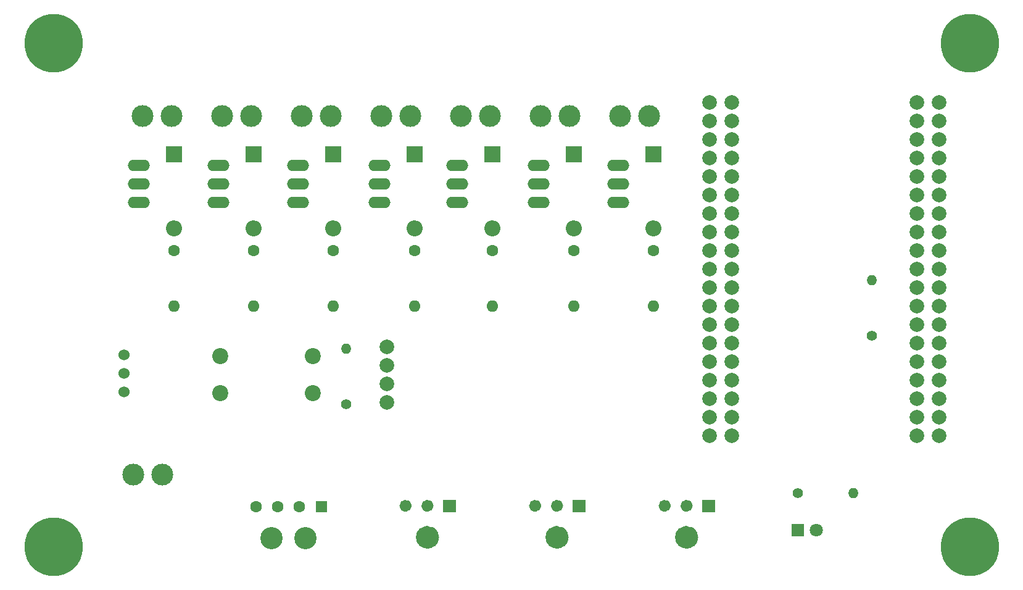
<source format=gbr>
G04 #@! TF.GenerationSoftware,KiCad,Pcbnew,(6.0.8)*
G04 #@! TF.CreationDate,2023-04-27T21:46:55-06:00*
G04 #@! TF.ProjectId,Hydro,48796472-6f2e-46b6-9963-61645f706362,rev?*
G04 #@! TF.SameCoordinates,Original*
G04 #@! TF.FileFunction,Soldermask,Bot*
G04 #@! TF.FilePolarity,Negative*
%FSLAX46Y46*%
G04 Gerber Fmt 4.6, Leading zero omitted, Abs format (unit mm)*
G04 Created by KiCad (PCBNEW (6.0.8)) date 2023-04-27 21:46:55*
%MOMM*%
%LPD*%
G01*
G04 APERTURE LIST*
%ADD10C,0.836200*%
%ADD11C,1.576200*%
%ADD12C,0.010000*%
%ADD13C,1.400000*%
%ADD14O,1.400000X1.400000*%
%ADD15O,3.048000X1.524000*%
%ADD16C,3.000000*%
%ADD17R,2.200000X2.200000*%
%ADD18O,2.200000X2.200000*%
%ADD19C,2.200000*%
%ADD20C,8.000000*%
%ADD21C,1.600000*%
%ADD22O,1.600000X1.600000*%
%ADD23C,2.000000*%
%ADD24R,1.800000X1.800000*%
%ADD25C,1.800000*%
%ADD26C,3.050000*%
%ADD27R,1.605000X1.605000*%
%ADD28C,1.605000*%
%ADD29C,1.524000*%
G04 APERTURE END LIST*
D10*
G04 #@! TO.C,J8*
X172630100Y-102577750D02*
G75*
G03*
X172630100Y-102577750I-418100J0D01*
G01*
D11*
X173000100Y-106897750D02*
G75*
G03*
X173000100Y-106897750I-788100J0D01*
G01*
D10*
X169630100Y-102577750D02*
G75*
G03*
X169630100Y-102577750I-418100J0D01*
G01*
G36*
X176048200Y-103413950D02*
G01*
X174375800Y-103413950D01*
X174375800Y-101741550D01*
X176048200Y-101741550D01*
X176048200Y-103413950D01*
G37*
D12*
X176048200Y-103413950D02*
X174375800Y-103413950D01*
X174375800Y-101741550D01*
X176048200Y-101741550D01*
X176048200Y-103413950D01*
D11*
G04 #@! TO.C,J11*
X190780100Y-106897750D02*
G75*
G03*
X190780100Y-106897750I-788100J0D01*
G01*
D10*
X187410100Y-102577750D02*
G75*
G03*
X187410100Y-102577750I-418100J0D01*
G01*
X190410100Y-102577750D02*
G75*
G03*
X190410100Y-102577750I-418100J0D01*
G01*
G36*
X193828200Y-103413950D02*
G01*
X192155800Y-103413950D01*
X192155800Y-101741550D01*
X193828200Y-101741550D01*
X193828200Y-103413950D01*
G37*
D12*
X193828200Y-103413950D02*
X192155800Y-103413950D01*
X192155800Y-101741550D01*
X193828200Y-101741550D01*
X193828200Y-103413950D01*
D10*
G04 #@! TO.C,J9*
X151850100Y-102577750D02*
G75*
G03*
X151850100Y-102577750I-418100J0D01*
G01*
X154850100Y-102577750D02*
G75*
G03*
X154850100Y-102577750I-418100J0D01*
G01*
D11*
X155220100Y-106897750D02*
G75*
G03*
X155220100Y-106897750I-788100J0D01*
G01*
G36*
X158268200Y-103413950D02*
G01*
X156595800Y-103413950D01*
X156595800Y-101741550D01*
X158268200Y-101741550D01*
X158268200Y-103413950D01*
G37*
D12*
X158268200Y-103413950D02*
X156595800Y-103413950D01*
X156595800Y-101741550D01*
X158268200Y-101741550D01*
X158268200Y-103413950D01*
G04 #@! TD*
D13*
G04 #@! TO.C,R9*
X215392000Y-79248000D03*
D14*
X215392000Y-71628000D03*
G04 #@! TD*
D15*
G04 #@! TO.C,Q3*
X125730000Y-55880000D03*
X125730000Y-58420000D03*
X125730000Y-60960000D03*
G04 #@! TD*
D16*
G04 #@! TO.C,J1*
X152093151Y-49130200D03*
X148133149Y-49130200D03*
G04 #@! TD*
D17*
G04 #@! TO.C,D5*
X119634000Y-54356000D03*
D18*
X119634000Y-64516000D03*
G04 #@! TD*
D19*
G04 #@! TO.C,U2*
X125984000Y-82042000D03*
X125984000Y-87122000D03*
X138684000Y-82042000D03*
X138684000Y-87122000D03*
G04 #@! TD*
D16*
G04 #@! TO.C,J8*
X172212000Y-106897750D03*
G04 #@! TD*
D20*
G04 #@! TO.C,H4*
X228854000Y-39116000D03*
G04 #@! TD*
D21*
G04 #@! TO.C,R6*
X174498000Y-67564000D03*
D22*
X174498000Y-75184000D03*
G04 #@! TD*
D20*
G04 #@! TO.C,H3*
X103124000Y-39116000D03*
G04 #@! TD*
D13*
G04 #@! TO.C,R8*
X143256000Y-88646000D03*
D14*
X143256000Y-81026000D03*
G04 #@! TD*
D21*
G04 #@! TO.C,R1*
X152654000Y-67564000D03*
D22*
X152654000Y-75184000D03*
G04 #@! TD*
D16*
G04 #@! TO.C,J12*
X114098849Y-98298000D03*
X118058851Y-98298000D03*
G04 #@! TD*
D23*
G04 #@! TO.C,U4*
X224631000Y-47235000D03*
X224631000Y-49775000D03*
X224631000Y-52315000D03*
X224631000Y-54855000D03*
X224631000Y-57395000D03*
X224631000Y-59935000D03*
X224631000Y-62475000D03*
X224631000Y-65015000D03*
X224631000Y-67555000D03*
X224631000Y-70095000D03*
X224631000Y-72635000D03*
X224631000Y-75175000D03*
X224631000Y-77715000D03*
X224631000Y-80255000D03*
X224631000Y-82795000D03*
X224631000Y-85335000D03*
X224631000Y-87875000D03*
X224631000Y-90415000D03*
X224631000Y-92955000D03*
G04 #@! TD*
D17*
G04 #@! TO.C,D4*
X141478000Y-54356000D03*
D18*
X141478000Y-64516000D03*
G04 #@! TD*
D15*
G04 #@! TO.C,Q1*
X147828000Y-55880000D03*
X147828000Y-58420000D03*
X147828000Y-60960000D03*
G04 #@! TD*
D16*
G04 #@! TO.C,J11*
X189992000Y-106897750D03*
G04 #@! TD*
D17*
G04 #@! TO.C,D1*
X152654000Y-54356000D03*
D18*
X152654000Y-64516000D03*
G04 #@! TD*
D16*
G04 #@! TO.C,J4*
X141171151Y-49130200D03*
X137211149Y-49130200D03*
G04 #@! TD*
D17*
G04 #@! TO.C,D2*
X185420000Y-54356000D03*
D18*
X185420000Y-64516000D03*
G04 #@! TD*
D16*
G04 #@! TO.C,J3*
X130249151Y-49130200D03*
X126289149Y-49130200D03*
G04 #@! TD*
D15*
G04 #@! TO.C,Q7*
X158496000Y-55880000D03*
X158496000Y-58420000D03*
X158496000Y-60960000D03*
G04 #@! TD*
D16*
G04 #@! TO.C,J5*
X119327151Y-49130200D03*
X115367149Y-49130200D03*
G04 #@! TD*
G04 #@! TO.C,J9*
X154432000Y-106897750D03*
G04 #@! TD*
D15*
G04 #@! TO.C,Q5*
X114808000Y-55880000D03*
X114808000Y-58420000D03*
X114808000Y-60960000D03*
G04 #@! TD*
D21*
G04 #@! TO.C,R2*
X185420000Y-67564000D03*
D22*
X185420000Y-75184000D03*
G04 #@! TD*
D15*
G04 #@! TO.C,Q6*
X169672000Y-55880000D03*
X169672000Y-58420000D03*
X169672000Y-60960000D03*
G04 #@! TD*
D21*
G04 #@! TO.C,R4*
X141478000Y-67564000D03*
D22*
X141478000Y-75184000D03*
G04 #@! TD*
D13*
G04 #@! TO.C,R10*
X205232000Y-100838000D03*
D14*
X212852000Y-100838000D03*
G04 #@! TD*
D21*
G04 #@! TO.C,R7*
X163322000Y-67564000D03*
D22*
X163322000Y-75184000D03*
G04 #@! TD*
D21*
G04 #@! TO.C,R3*
X130556000Y-67564000D03*
D22*
X130556000Y-75184000D03*
G04 #@! TD*
D23*
G04 #@! TO.C,U3*
X196183000Y-47235000D03*
X196183000Y-49775000D03*
X196183000Y-52315000D03*
X196183000Y-54855000D03*
X196183000Y-57395000D03*
X196183000Y-59935000D03*
X196183000Y-62475000D03*
X196183000Y-65015000D03*
X196183000Y-67555000D03*
X196183000Y-70095000D03*
X196183000Y-72635000D03*
X196183000Y-75175000D03*
X196183000Y-77715000D03*
X196183000Y-80255000D03*
X196183000Y-82795000D03*
X196183000Y-85335000D03*
X196183000Y-87875000D03*
X196183000Y-90415000D03*
X196183000Y-92955000D03*
X221583000Y-47235000D03*
X221583000Y-49775000D03*
X221583000Y-52315000D03*
X221583000Y-54855000D03*
X221583000Y-57395000D03*
X221583000Y-59935000D03*
X221583000Y-62475000D03*
X221583000Y-65015000D03*
X221583000Y-67555000D03*
X221583000Y-70095000D03*
X221583000Y-72635000D03*
X221583000Y-75175000D03*
X221583000Y-77715000D03*
X221583000Y-80255000D03*
X221583000Y-82795000D03*
X221583000Y-85335000D03*
X221583000Y-87875000D03*
X221583000Y-90415000D03*
X221583000Y-92955000D03*
G04 #@! TD*
D20*
G04 #@! TO.C,H2*
X103124000Y-108204000D03*
G04 #@! TD*
D16*
G04 #@! TO.C,J2*
X184859151Y-49130200D03*
X180899149Y-49130200D03*
G04 #@! TD*
D17*
G04 #@! TO.C,D6*
X174498000Y-54356000D03*
D18*
X174498000Y-64516000D03*
G04 #@! TD*
D21*
G04 #@! TO.C,R5*
X119634000Y-67564000D03*
D22*
X119634000Y-75184000D03*
G04 #@! TD*
D17*
G04 #@! TO.C,D7*
X163322000Y-54356000D03*
D18*
X163322000Y-64516000D03*
G04 #@! TD*
D16*
G04 #@! TO.C,J7*
X163015151Y-49130200D03*
X159055149Y-49130200D03*
G04 #@! TD*
D24*
G04 #@! TO.C,D8*
X205232000Y-105918000D03*
D25*
X207772000Y-105918000D03*
G04 #@! TD*
D17*
G04 #@! TO.C,D3*
X130556000Y-54356000D03*
D18*
X130556000Y-64516000D03*
G04 #@! TD*
D16*
G04 #@! TO.C,J6*
X173937151Y-49130200D03*
X169977149Y-49130200D03*
G04 #@! TD*
D20*
G04 #@! TO.C,H1*
X228854000Y-108204000D03*
G04 #@! TD*
D15*
G04 #@! TO.C,Q4*
X136652000Y-55883220D03*
X136652000Y-58423220D03*
X136652000Y-60963220D03*
G04 #@! TD*
D26*
G04 #@! TO.C,J10*
X137732000Y-107030000D03*
X133032000Y-107030000D03*
D27*
X139882000Y-102710000D03*
D28*
X136882000Y-102710000D03*
X133882000Y-102710000D03*
X130882000Y-102710000D03*
G04 #@! TD*
D15*
G04 #@! TO.C,Q2*
X180594000Y-55880000D03*
X180594000Y-58420000D03*
X180594000Y-60960000D03*
G04 #@! TD*
D23*
G04 #@! TO.C,U5*
X148844000Y-80772000D03*
X148844000Y-83312000D03*
X148844000Y-85852000D03*
X148844000Y-88392000D03*
G04 #@! TD*
D29*
G04 #@! TO.C,U6*
X112834000Y-81883000D03*
X112834000Y-84423000D03*
X112834000Y-86963000D03*
G04 #@! TD*
D23*
G04 #@! TO.C,U1*
X193135000Y-47235000D03*
X193135000Y-49775000D03*
X193135000Y-52315000D03*
X193135000Y-54855000D03*
X193135000Y-57395000D03*
X193135000Y-59935000D03*
X193135000Y-62475000D03*
X193135000Y-65015000D03*
X193135000Y-67555000D03*
X193135000Y-70095000D03*
X193135000Y-72635000D03*
X193135000Y-75175000D03*
X193135000Y-77715000D03*
X193135000Y-80255000D03*
X193135000Y-82795000D03*
X193135000Y-85335000D03*
X193135000Y-87875000D03*
X193135000Y-90415000D03*
X193135000Y-92955000D03*
G04 #@! TD*
M02*

</source>
